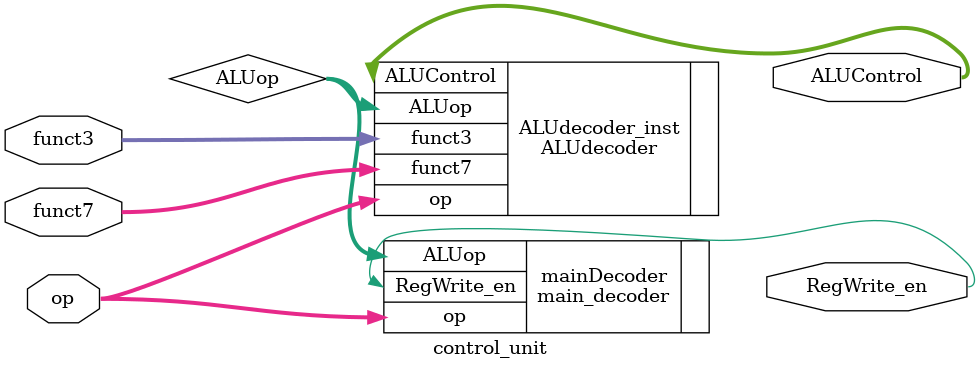
<source format=v>
module control_unit(
    input [6:0] op,
    //input zero,
    //output PCSrc,
    //output reg [1:0] ResultSrc,
    //output reg MemWrite,
    //output reg ALUSrc,
    //output reg [1:0] ImmSrc,
    output RegWrite_en,
    output [3:0] ALUControl,
    input [2:0] funct3,
    input [6:0] funct7
);
//wire branch;
//wire jump;
wire [1:0] ALUop;
main_decoder mainDecoder(
    .op(op),
    //.branch(branch),
    //.jump(jump),
    //.ResultSrc(ResultSrc),
    //.MemWrite(MemWrite),
    //.ALUSrc(ALUSrc),
    //.ImmSrc(ImmSrc),
    .RegWrite_en(RegWrite_en),
    .ALUop(ALUop)
);

ALUdecoder ALUdecoder_inst(
    .op(op),
    .funct3(funct3),
    .funct7(funct7),
    .ALUop(ALUop),
    .ALUControl(ALUControl)
);
//assign PCSrc = jump | (zero & branch);
endmodule
</source>
